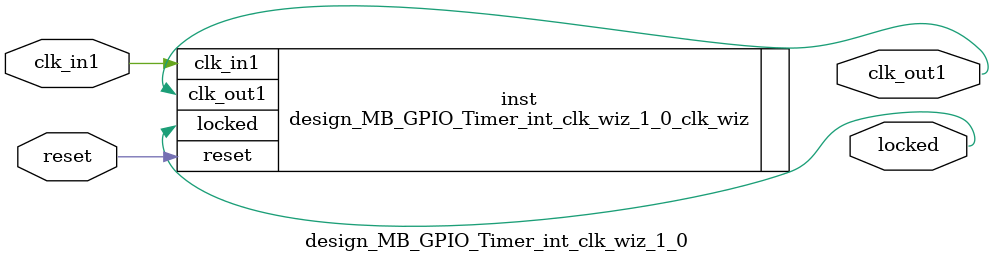
<source format=v>


`timescale 1ps/1ps

(* CORE_GENERATION_INFO = "design_MB_GPIO_Timer_int_clk_wiz_1_0,clk_wiz_v6_0_5_0_0,{component_name=design_MB_GPIO_Timer_int_clk_wiz_1_0,use_phase_alignment=true,use_min_o_jitter=false,use_max_i_jitter=false,use_dyn_phase_shift=false,use_inclk_switchover=false,use_dyn_reconfig=false,enable_axi=0,feedback_source=FDBK_AUTO,PRIMITIVE=MMCM,num_out_clk=1,clkin1_period=10.000,clkin2_period=10.000,use_power_down=false,use_reset=true,use_locked=true,use_inclk_stopped=false,feedback_type=SINGLE,CLOCK_MGR_TYPE=NA,manual_override=false}" *)

module design_MB_GPIO_Timer_int_clk_wiz_1_0 
 (
  // Clock out ports
  output        clk_out1,
  // Status and control signals
  input         reset,
  output        locked,
 // Clock in ports
  input         clk_in1
 );

  design_MB_GPIO_Timer_int_clk_wiz_1_0_clk_wiz inst
  (
  // Clock out ports  
  .clk_out1(clk_out1),
  // Status and control signals               
  .reset(reset), 
  .locked(locked),
 // Clock in ports
  .clk_in1(clk_in1)
  );

endmodule

</source>
